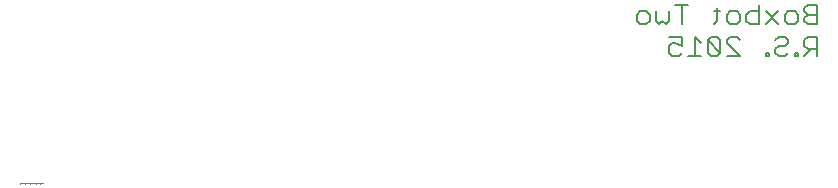
<source format=gbo>
G75*
%MOIN*%
%OFA0B0*%
%FSLAX25Y25*%
%IPPOS*%
%LPD*%
%AMOC8*
5,1,8,0,0,1.08239X$1,22.5*
%
%ADD10C,0.00600*%
%ADD11C,0.00000*%
D10*
X0206652Y0060668D02*
X0207720Y0059600D01*
X0209855Y0059600D01*
X0210922Y0060668D01*
X0210922Y0062803D01*
X0209855Y0063870D01*
X0207720Y0063870D01*
X0206652Y0062803D01*
X0206652Y0060668D01*
X0213097Y0060668D02*
X0214165Y0059600D01*
X0215233Y0060668D01*
X0216300Y0059600D01*
X0217368Y0060668D01*
X0217368Y0063870D01*
X0213097Y0063870D02*
X0213097Y0060668D01*
X0221678Y0059600D02*
X0221678Y0066005D01*
X0223813Y0066005D02*
X0219543Y0066005D01*
X0232421Y0063870D02*
X0234556Y0063870D01*
X0233488Y0064938D02*
X0233488Y0060668D01*
X0232421Y0059600D01*
X0236731Y0060668D02*
X0236731Y0062803D01*
X0237799Y0063870D01*
X0239934Y0063870D01*
X0241001Y0062803D01*
X0241001Y0060668D01*
X0239934Y0059600D01*
X0237799Y0059600D01*
X0236731Y0060668D01*
X0243176Y0060668D02*
X0243176Y0062803D01*
X0244244Y0063870D01*
X0247447Y0063870D01*
X0249622Y0063870D02*
X0253892Y0059600D01*
X0256067Y0060668D02*
X0256067Y0062803D01*
X0257135Y0063870D01*
X0259270Y0063870D01*
X0260338Y0062803D01*
X0260338Y0060668D01*
X0259270Y0059600D01*
X0257135Y0059600D01*
X0256067Y0060668D01*
X0253892Y0063870D02*
X0249622Y0059600D01*
X0247447Y0059600D02*
X0244244Y0059600D01*
X0243176Y0060668D01*
X0247447Y0059600D02*
X0247447Y0066005D01*
X0262513Y0064938D02*
X0262513Y0063870D01*
X0263581Y0062803D01*
X0266783Y0062803D01*
X0263581Y0062803D02*
X0262513Y0061735D01*
X0262513Y0060668D01*
X0263581Y0059600D01*
X0266783Y0059600D01*
X0266783Y0066005D01*
X0263581Y0066005D01*
X0262513Y0064938D01*
X0263581Y0055505D02*
X0262513Y0054438D01*
X0262513Y0052303D01*
X0263581Y0051235D01*
X0266783Y0051235D01*
X0264648Y0051235D02*
X0262513Y0049100D01*
X0260338Y0049100D02*
X0259270Y0049100D01*
X0259270Y0050168D01*
X0260338Y0050168D01*
X0260338Y0049100D01*
X0257115Y0050168D02*
X0256047Y0049100D01*
X0253912Y0049100D01*
X0252845Y0050168D01*
X0252845Y0051235D01*
X0253912Y0052303D01*
X0256047Y0052303D01*
X0257115Y0053370D01*
X0257115Y0054438D01*
X0256047Y0055505D01*
X0253912Y0055505D01*
X0252845Y0054438D01*
X0263581Y0055505D02*
X0266783Y0055505D01*
X0266783Y0049100D01*
X0250670Y0049100D02*
X0249602Y0049100D01*
X0249602Y0050168D01*
X0250670Y0050168D01*
X0250670Y0049100D01*
X0241001Y0049100D02*
X0236731Y0053370D01*
X0236731Y0054438D01*
X0237799Y0055505D01*
X0239934Y0055505D01*
X0241001Y0054438D01*
X0234556Y0054438D02*
X0233488Y0055505D01*
X0231353Y0055505D01*
X0230285Y0054438D01*
X0234556Y0050168D01*
X0233488Y0049100D01*
X0231353Y0049100D01*
X0230285Y0050168D01*
X0230285Y0054438D01*
X0228110Y0053370D02*
X0225975Y0055505D01*
X0225975Y0049100D01*
X0228110Y0049100D02*
X0223840Y0049100D01*
X0221665Y0050168D02*
X0220597Y0049100D01*
X0218462Y0049100D01*
X0217394Y0050168D01*
X0217394Y0052303D01*
X0218462Y0053370D01*
X0219530Y0053370D01*
X0221665Y0052303D01*
X0221665Y0055505D01*
X0217394Y0055505D01*
X0234556Y0054438D02*
X0234556Y0050168D01*
X0236731Y0049100D02*
X0241001Y0049100D01*
D11*
X0001126Y0006617D02*
X0001126Y0006517D01*
X0001126Y0006550D02*
X0001076Y0006550D01*
X0001059Y0006567D01*
X0001059Y0006600D01*
X0001076Y0006617D01*
X0001126Y0006617D01*
X0001151Y0006600D02*
X0001151Y0006550D01*
X0001184Y0006550D02*
X0001184Y0006600D01*
X0001168Y0006617D01*
X0001151Y0006600D01*
X0001184Y0006600D02*
X0001201Y0006617D01*
X0001218Y0006617D01*
X0001218Y0006550D01*
X0001243Y0006567D02*
X0001243Y0006600D01*
X0001260Y0006617D01*
X0001310Y0006617D01*
X0001310Y0006650D02*
X0001310Y0006550D01*
X0001260Y0006550D01*
X0001243Y0006567D01*
X0001339Y0006567D02*
X0001339Y0006550D01*
X0001356Y0006550D01*
X0001356Y0006567D01*
X0001339Y0006567D01*
X0001381Y0006550D02*
X0001381Y0006600D01*
X0001398Y0006617D01*
X0001448Y0006617D01*
X0001448Y0006550D01*
X0001473Y0006583D02*
X0001540Y0006583D01*
X0001540Y0006567D02*
X0001540Y0006600D01*
X0001523Y0006617D01*
X0001490Y0006617D01*
X0001473Y0006600D01*
X0001473Y0006583D01*
X0001490Y0006550D02*
X0001523Y0006550D01*
X0001540Y0006567D01*
X0001565Y0006583D02*
X0001632Y0006583D01*
X0001632Y0006567D02*
X0001632Y0006600D01*
X0001615Y0006617D01*
X0001582Y0006617D01*
X0001565Y0006600D01*
X0001565Y0006583D01*
X0001582Y0006550D02*
X0001615Y0006550D01*
X0001632Y0006567D01*
X0001659Y0006617D02*
X0001675Y0006617D01*
X0001709Y0006583D01*
X0001709Y0006550D02*
X0001709Y0006617D01*
X0001734Y0006617D02*
X0001784Y0006617D01*
X0001801Y0006600D01*
X0001801Y0006567D01*
X0001784Y0006550D01*
X0001734Y0006550D01*
X0001826Y0006567D02*
X0001843Y0006583D01*
X0001876Y0006583D01*
X0001893Y0006600D01*
X0001876Y0006617D01*
X0001826Y0006617D01*
X0001826Y0006567D02*
X0001843Y0006550D01*
X0001893Y0006550D01*
X0001920Y0006550D02*
X0001970Y0006583D01*
X0001920Y0006617D01*
X0001970Y0006650D02*
X0001970Y0006550D01*
X0001998Y0006550D02*
X0002031Y0006550D01*
X0002014Y0006550D02*
X0002014Y0006650D01*
X0002031Y0006650D01*
X0002076Y0006650D02*
X0002076Y0006667D01*
X0002076Y0006617D02*
X0002076Y0006550D01*
X0002092Y0006550D02*
X0002059Y0006550D01*
X0002118Y0006567D02*
X0002134Y0006583D01*
X0002168Y0006583D01*
X0002185Y0006600D01*
X0002168Y0006617D01*
X0002118Y0006617D01*
X0002092Y0006617D02*
X0002076Y0006617D01*
X0002118Y0006567D02*
X0002134Y0006550D01*
X0002185Y0006550D01*
X0002210Y0006533D02*
X0002277Y0006533D01*
X0002353Y0006550D02*
X0002353Y0006617D01*
X0002379Y0006600D02*
X0002395Y0006617D01*
X0002429Y0006617D01*
X0002445Y0006600D01*
X0002445Y0006567D01*
X0002429Y0006550D01*
X0002395Y0006550D01*
X0002379Y0006567D01*
X0002379Y0006600D01*
X0002353Y0006583D02*
X0002320Y0006617D01*
X0002303Y0006617D01*
X0002473Y0006600D02*
X0002507Y0006600D01*
X0002490Y0006633D02*
X0002473Y0006650D01*
X0002490Y0006633D02*
X0002490Y0006550D01*
X0002532Y0006533D02*
X0002599Y0006533D01*
X0002624Y0006567D02*
X0002624Y0006600D01*
X0002641Y0006617D01*
X0002674Y0006617D01*
X0002691Y0006600D01*
X0002691Y0006567D01*
X0002674Y0006550D01*
X0002641Y0006550D01*
X0002624Y0006567D01*
X0002716Y0006550D02*
X0002766Y0006550D01*
X0002783Y0006567D01*
X0002783Y0006600D01*
X0002766Y0006617D01*
X0002716Y0006617D01*
X0002716Y0006533D01*
X0002733Y0006517D01*
X0002750Y0006517D01*
X0002808Y0006567D02*
X0002808Y0006600D01*
X0002825Y0006617D01*
X0002858Y0006617D01*
X0002875Y0006600D01*
X0002875Y0006567D01*
X0002858Y0006550D01*
X0002825Y0006550D01*
X0002808Y0006567D01*
X0002900Y0006550D02*
X0002967Y0006550D01*
X0002967Y0006650D01*
X0002993Y0006650D02*
X0003059Y0006550D01*
X0003085Y0006567D02*
X0003085Y0006600D01*
X0003101Y0006617D01*
X0003135Y0006617D01*
X0003151Y0006600D01*
X0003151Y0006567D01*
X0003135Y0006550D01*
X0003101Y0006550D01*
X0003085Y0006567D01*
X0003177Y0006567D02*
X0003177Y0006617D01*
X0003177Y0006567D02*
X0003193Y0006550D01*
X0003210Y0006567D01*
X0003227Y0006550D01*
X0003243Y0006567D01*
X0003243Y0006617D01*
X0003269Y0006650D02*
X0003335Y0006650D01*
X0003302Y0006650D02*
X0003302Y0006550D01*
X0003456Y0006550D02*
X0003472Y0006567D01*
X0003472Y0006633D01*
X0003456Y0006617D02*
X0003489Y0006617D01*
X0003514Y0006600D02*
X0003531Y0006617D01*
X0003564Y0006617D01*
X0003581Y0006600D01*
X0003581Y0006567D01*
X0003564Y0006550D01*
X0003531Y0006550D01*
X0003514Y0006567D01*
X0003514Y0006600D01*
X0003606Y0006600D02*
X0003623Y0006617D01*
X0003673Y0006617D01*
X0003698Y0006617D02*
X0003765Y0006550D01*
X0003791Y0006567D02*
X0003791Y0006600D01*
X0003807Y0006617D01*
X0003841Y0006617D01*
X0003857Y0006600D01*
X0003857Y0006567D01*
X0003841Y0006550D01*
X0003807Y0006550D01*
X0003791Y0006567D01*
X0003765Y0006617D02*
X0003698Y0006550D01*
X0003673Y0006550D02*
X0003623Y0006550D01*
X0003606Y0006567D01*
X0003606Y0006600D01*
X0003673Y0006650D02*
X0003673Y0006550D01*
X0003883Y0006567D02*
X0003899Y0006550D01*
X0003949Y0006550D01*
X0003949Y0006650D01*
X0003899Y0006650D01*
X0003883Y0006633D01*
X0003883Y0006617D01*
X0003899Y0006600D01*
X0003949Y0006600D01*
X0003899Y0006600D02*
X0003883Y0006583D01*
X0003883Y0006567D01*
X0003975Y0006650D02*
X0004041Y0006550D01*
X0004067Y0006567D02*
X0004083Y0006583D01*
X0004117Y0006583D01*
X0004133Y0006600D01*
X0004117Y0006617D01*
X0004067Y0006617D01*
X0004067Y0006567D02*
X0004083Y0006550D01*
X0004133Y0006550D01*
X0004159Y0006550D02*
X0004159Y0006600D01*
X0004175Y0006617D01*
X0004226Y0006617D01*
X0004226Y0006550D01*
X0004251Y0006550D02*
X0004301Y0006550D01*
X0004318Y0006567D01*
X0004318Y0006600D01*
X0004301Y0006617D01*
X0004251Y0006617D01*
X0004251Y0006533D01*
X0004268Y0006517D01*
X0004284Y0006517D01*
X0004346Y0006550D02*
X0004379Y0006550D01*
X0004362Y0006550D02*
X0004362Y0006617D01*
X0004379Y0006617D01*
X0004404Y0006617D02*
X0004454Y0006617D01*
X0004471Y0006600D01*
X0004454Y0006583D01*
X0004421Y0006583D01*
X0004404Y0006567D01*
X0004421Y0006550D01*
X0004471Y0006550D01*
X0004496Y0006583D02*
X0004563Y0006583D01*
X0004563Y0006567D02*
X0004563Y0006600D01*
X0004546Y0006617D01*
X0004513Y0006617D01*
X0004496Y0006600D01*
X0004496Y0006583D01*
X0004513Y0006550D02*
X0004546Y0006550D01*
X0004563Y0006567D01*
X0004588Y0006567D02*
X0004588Y0006633D01*
X0004605Y0006650D01*
X0004655Y0006650D01*
X0004655Y0006550D01*
X0004605Y0006550D01*
X0004588Y0006567D01*
X0004681Y0006650D02*
X0004747Y0006550D01*
X0004773Y0006567D02*
X0004789Y0006550D01*
X0004823Y0006550D01*
X0004839Y0006567D01*
X0004839Y0006633D01*
X0004823Y0006650D01*
X0004789Y0006650D01*
X0004773Y0006633D01*
X0004865Y0006633D02*
X0004865Y0006600D01*
X0004881Y0006583D01*
X0004931Y0006583D01*
X0004898Y0006583D02*
X0004865Y0006550D01*
X0004931Y0006550D02*
X0004931Y0006650D01*
X0004881Y0006650D01*
X0004865Y0006633D01*
X0004957Y0006650D02*
X0004957Y0006550D01*
X0005024Y0006650D01*
X0005024Y0006550D01*
X0005116Y0006550D02*
X0005049Y0006650D01*
X0005141Y0006650D02*
X0005208Y0006650D01*
X0005208Y0006600D01*
X0005174Y0006617D01*
X0005158Y0006617D01*
X0005141Y0006600D01*
X0005141Y0006567D01*
X0005158Y0006550D01*
X0005191Y0006550D01*
X0005208Y0006567D01*
X0005233Y0006550D02*
X0005300Y0006550D01*
X0005325Y0006567D02*
X0005342Y0006550D01*
X0005375Y0006550D01*
X0005392Y0006567D01*
X0005325Y0006633D01*
X0005325Y0006567D01*
X0005300Y0006617D02*
X0005266Y0006650D01*
X0005266Y0006550D01*
X0005325Y0006633D02*
X0005342Y0006650D01*
X0005375Y0006650D01*
X0005392Y0006633D01*
X0005392Y0006567D01*
X0005417Y0006550D02*
X0005484Y0006550D01*
X0005417Y0006617D01*
X0005417Y0006633D01*
X0005434Y0006650D01*
X0005467Y0006650D01*
X0005484Y0006633D01*
X0005509Y0006600D02*
X0005576Y0006600D01*
X0005601Y0006600D02*
X0005668Y0006600D01*
X0005618Y0006650D01*
X0005618Y0006550D01*
X0005693Y0006550D02*
X0005760Y0006550D01*
X0005785Y0006567D02*
X0005802Y0006550D01*
X0005836Y0006550D01*
X0005852Y0006567D01*
X0005785Y0006633D01*
X0005785Y0006567D01*
X0005760Y0006617D02*
X0005727Y0006650D01*
X0005727Y0006550D01*
X0005785Y0006633D02*
X0005802Y0006650D01*
X0005836Y0006650D01*
X0005852Y0006633D01*
X0005852Y0006567D01*
X0005878Y0006550D02*
X0005944Y0006550D01*
X0005878Y0006617D01*
X0005878Y0006633D01*
X0005894Y0006650D01*
X0005928Y0006650D01*
X0005944Y0006633D01*
X0005970Y0006650D02*
X0006036Y0006550D01*
X0006062Y0006567D02*
X0006078Y0006583D01*
X0006112Y0006583D01*
X0006128Y0006600D01*
X0006112Y0006617D01*
X0006062Y0006617D01*
X0006062Y0006567D02*
X0006078Y0006550D01*
X0006128Y0006550D01*
X0006156Y0006550D02*
X0006173Y0006567D01*
X0006173Y0006633D01*
X0006190Y0006617D02*
X0006156Y0006617D01*
X0006215Y0006617D02*
X0006265Y0006617D01*
X0006282Y0006600D01*
X0006282Y0006567D01*
X0006265Y0006550D01*
X0006215Y0006550D01*
X0006307Y0006583D02*
X0006374Y0006583D01*
X0006374Y0006567D02*
X0006374Y0006600D01*
X0006357Y0006617D01*
X0006324Y0006617D01*
X0006307Y0006600D01*
X0006307Y0006583D01*
X0006324Y0006550D02*
X0006357Y0006550D01*
X0006374Y0006567D01*
X0006402Y0006533D02*
X0006402Y0006617D01*
X0006402Y0006650D02*
X0006402Y0006667D01*
X0006461Y0006600D02*
X0006477Y0006617D01*
X0006511Y0006617D01*
X0006527Y0006600D01*
X0006527Y0006567D01*
X0006511Y0006550D01*
X0006477Y0006550D01*
X0006461Y0006567D01*
X0006461Y0006600D01*
X0006435Y0006517D02*
X0006419Y0006517D01*
X0006402Y0006533D01*
X0006554Y0006617D02*
X0006571Y0006617D01*
X0006604Y0006583D01*
X0006630Y0006600D02*
X0006646Y0006583D01*
X0006696Y0006583D01*
X0006696Y0006550D02*
X0006696Y0006650D01*
X0006646Y0006650D01*
X0006630Y0006633D01*
X0006630Y0006600D01*
X0006604Y0006617D02*
X0006604Y0006550D01*
X0006722Y0006650D02*
X0006788Y0006550D01*
X0006814Y0006550D02*
X0006847Y0006583D01*
X0006830Y0006583D02*
X0006880Y0006583D01*
X0006880Y0006550D02*
X0006880Y0006650D01*
X0006830Y0006650D01*
X0006814Y0006633D01*
X0006814Y0006600D01*
X0006830Y0006583D01*
X0006906Y0006550D02*
X0006906Y0006650D01*
X0006972Y0006650D02*
X0006972Y0006550D01*
X0006939Y0006583D01*
X0006906Y0006550D01*
X0006998Y0006650D02*
X0007065Y0006550D01*
X0007107Y0006550D02*
X0007140Y0006550D01*
X0007157Y0006567D01*
X0007157Y0006600D01*
X0007140Y0006617D01*
X0007107Y0006617D01*
X0007090Y0006600D01*
X0007090Y0006583D01*
X0007157Y0006583D01*
X0007182Y0006617D02*
X0007215Y0006550D01*
X0007249Y0006617D01*
X0007293Y0006617D02*
X0007293Y0006550D01*
X0007277Y0006550D02*
X0007310Y0006550D01*
X0007310Y0006617D02*
X0007293Y0006617D01*
X0007293Y0006650D02*
X0007293Y0006667D01*
X0007337Y0006617D02*
X0007353Y0006617D01*
X0007387Y0006583D01*
X0007412Y0006567D02*
X0007412Y0006633D01*
X0007429Y0006650D01*
X0007479Y0006650D01*
X0007479Y0006550D01*
X0007429Y0006550D01*
X0007412Y0006567D01*
X0007387Y0006550D02*
X0007387Y0006617D01*
X0007596Y0006600D02*
X0007596Y0006583D01*
X0007663Y0006583D01*
X0007663Y0006567D02*
X0007663Y0006600D01*
X0007646Y0006617D01*
X0007613Y0006617D01*
X0007596Y0006600D01*
X0007613Y0006550D02*
X0007646Y0006550D01*
X0007663Y0006567D01*
X0007691Y0006550D02*
X0007724Y0006550D01*
X0007708Y0006550D02*
X0007708Y0006650D01*
X0007724Y0006650D01*
X0007750Y0006617D02*
X0007800Y0006617D01*
X0007816Y0006600D01*
X0007816Y0006567D01*
X0007800Y0006550D01*
X0007750Y0006550D01*
X0007750Y0006533D02*
X0007750Y0006617D01*
X0007750Y0006533D02*
X0007766Y0006517D01*
X0007783Y0006517D01*
X0007842Y0006567D02*
X0007842Y0006600D01*
X0007859Y0006617D01*
X0007892Y0006617D01*
X0007909Y0006600D01*
X0007909Y0006567D01*
X0007892Y0006550D01*
X0007859Y0006550D01*
X0007842Y0006567D01*
X0007934Y0006567D02*
X0007934Y0006600D01*
X0007951Y0006617D01*
X0007984Y0006617D01*
X0008001Y0006600D01*
X0008001Y0006567D01*
X0007984Y0006550D01*
X0007951Y0006550D01*
X0007934Y0006567D01*
X0008026Y0006567D02*
X0008026Y0006600D01*
X0008059Y0006600D01*
X0008026Y0006567D02*
X0008043Y0006550D01*
X0008076Y0006550D01*
X0008093Y0006567D01*
X0008093Y0006633D01*
X0008076Y0006650D01*
X0008043Y0006650D01*
X0008026Y0006633D01*
X0008118Y0006650D02*
X0008185Y0006550D01*
X0008230Y0006550D02*
X0008230Y0006633D01*
X0008213Y0006650D01*
X0008213Y0006600D02*
X0008246Y0006600D01*
X0008274Y0006600D02*
X0008308Y0006600D01*
X0008333Y0006617D02*
X0008333Y0006550D01*
X0008383Y0006550D01*
X0008400Y0006567D01*
X0008400Y0006617D01*
X0008428Y0006617D02*
X0008461Y0006617D01*
X0008444Y0006633D02*
X0008444Y0006567D01*
X0008428Y0006550D01*
X0008486Y0006567D02*
X0008503Y0006550D01*
X0008536Y0006550D01*
X0008553Y0006567D01*
X0008536Y0006600D02*
X0008503Y0006600D01*
X0008486Y0006583D01*
X0008486Y0006567D01*
X0008536Y0006600D02*
X0008553Y0006617D01*
X0008553Y0006633D01*
X0008536Y0006650D01*
X0008503Y0006650D01*
X0008486Y0006633D01*
X0008578Y0006650D02*
X0008645Y0006550D01*
X0008675Y0006550D02*
X0008691Y0006550D01*
X0008691Y0006567D01*
X0008675Y0006567D01*
X0008675Y0006550D01*
X0008675Y0006600D02*
X0008691Y0006600D01*
X0008691Y0006617D01*
X0008675Y0006617D01*
X0008675Y0006600D01*
X0008717Y0006650D02*
X0008783Y0006650D01*
X0008783Y0006550D01*
X0008783Y0006600D02*
X0008750Y0006600D01*
X0008291Y0006633D02*
X0008274Y0006650D01*
X0008291Y0006633D02*
X0008291Y0006550D01*
X0004362Y0006667D02*
X0004362Y0006650D01*
M02*

</source>
